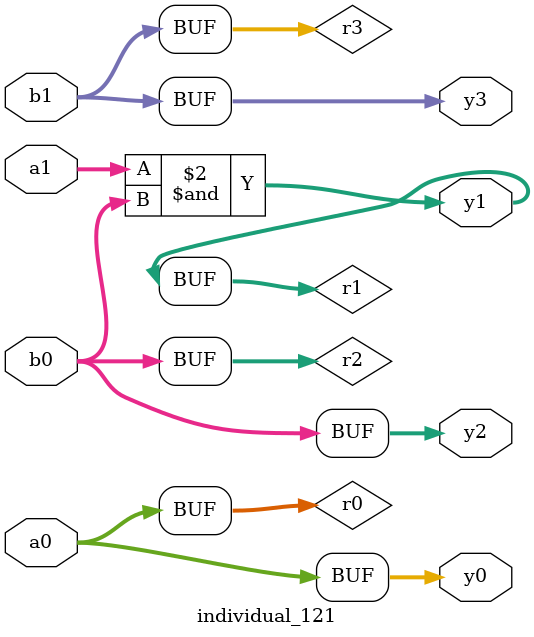
<source format=sv>
module individual_121(input logic [15:0] a1, input logic [15:0] a0, input logic [15:0] b1, input logic [15:0] b0, output logic [15:0] y3, output logic [15:0] y2, output logic [15:0] y1, output logic [15:0] y0);
logic [15:0] r0, r1, r2, r3; 
 always@(*) begin 
	 r0 = a0; r1 = a1; r2 = b0; r3 = b1; 
 	 r1  &=  b0 ;
 	 y3 = r3; y2 = r2; y1 = r1; y0 = r0; 
end
endmodule
</source>
